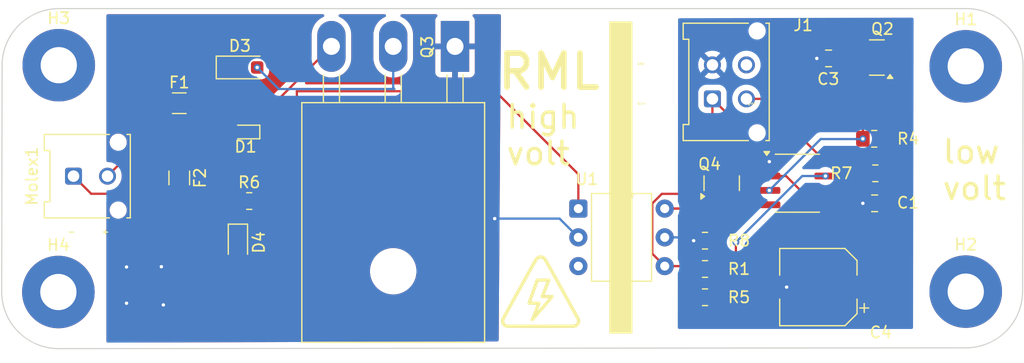
<source format=kicad_pcb>
(kicad_pcb (version 20241229) (generator "pcbnew") (generator_version "9.0")
  (layers (0 "F.Cu" signal) (2 "B.Cu" signal) (13 "F.Paste" user) (15 "B.Paste" user) (5 "F.SilkS" user "F.Silkscreen") (7 "B.SilkS" user "B.Silkscreen") (1 "F.Mask" user) (3 "B.Mask" user) (25 "Edge.Cuts" user))
  (net 0 "")
  (net 1 "Net-(D1-K)")
  (net 2 "/HV-")
  (net 3 "GLV+")
  (net 4 "Net-(D3-A)")
  (net 5 "Net-(D3-K)")
  (net 6 "Net-(Q4-G)")
  (net 7 "Net-(Q4-D)")
  (net 8 "Net-(R6-Pad2)")
  (net 10 "/HV+")
  (net 11 "Net-(U2-CV)")
  (net 12 "Light+")
  (net 13 "GND")
  (net 14 "Net-(Q2-G)")
  (net 15 "Net-(U2-THR)")
  (net 17 "Net-(Molex1-Pin_1)")
  (net 18 "Net-(U2-DIS)")
  (footprint "MountingHole:MountingHole_3.2mm_M3_Pad_TopBottom" (layer "F.Cu") (at 109 80.5)
    (property "Reference" "H3" (at 0 -4.15 0) (layer "F.SilkS"))
    (property "Value" "MountingHole")
    (pad "1" thru_hole circle (at 0 0) (size 3.6 3.6) (drill 3.2) (layers "*.Cu" "*.Mask"))
    (pad "1" connect circle (at 0 0) (size 6.4 6.4) (layers "F.Cu" "F.Mask"))
    (pad "1" connect circle (at 0 0) (size 6.4 6.4) (layers "B.Cu" "B.Mask"))
  )
  (footprint "Capacitor_SMD:CP_Elec_6.3x5.4" (layer "F.Cu") (at 176 100.1 180)
    (property "Reference" "C4" (at -5.5 -4 0) (layer "F.SilkS"))
    (property "Value" "100uF")
    (fp_line (start 3.41 3.41) (end 3.41 1.06) (stroke (width 0.12)) (layer "F.SilkS"))
    (fp_line (start 3.41 -3.41) (end 3.41 -1.06) (stroke (width 0.12)) (layer "F.SilkS"))
    (fp_line (start -2.345563 3.41) (end 3.41 3.41) (stroke (width 0.12)) (layer "F.SilkS"))
    (fp_line (start -2.345563 -3.41) (end 3.41 -3.41) (stroke (width 0.12)) (layer "F.SilkS"))
    (fp_line (start -3.41 2.345563) (end -2.345563 3.41) (stroke (width 0.12)) (layer "F.SilkS"))
    (fp_line (start -3.41 2.345563) (end -3.41 1.06) (stroke (width 0.12)) (layer "F.SilkS"))
    (fp_line (start -3.41 -2.345563) (end -2.345563 -3.41) (stroke (width 0.12)) (layer "F.SilkS"))
    (fp_line (start -3.41 -2.345563) (end -3.41 -1.06) (stroke (width 0.12)) (layer "F.SilkS"))
    (fp_line (start -4.04375 -2.24125) (end -4.04375 -1.45375) (stroke (width 0.12)) (layer "F.SilkS"))
    (fp_line (start -4.4375 -1.8475) (end -3.65 -1.8475) (stroke (width 0.12)) (layer "F.SilkS"))
    (pad "1" smd roundrect (at -2.8 0 180) (size 3.5 1.6) (layers "F.Cu" "F.Mask" "F.Paste") (roundrect_rratio 0.15625) (net 15 "Net-(U2-THR)"))
    (pad "2" smd roundrect (at 2.8 0 180) (size 3.5 1.6) (layers "F.Cu" "F.Mask" "F.Paste") (roundrect_rratio 0.15625) (net 13 "GND"))
  )
  (footprint "Connector_Molex:Molex_Micro-Fit_3.0_43045-0212_2x01_P3.00mm_Vertical" (layer "F.Cu") (at 110.3 90.3 90)
    (property "Reference" "Molex1" (at 0 -3.67 90) (layer "F.SilkS"))
    (property "Value" "043045-0212")
    (fp_line (start 3.685 -2.58) (end 3.685 3.17) (stroke (width 0.12)) (layer "F.SilkS"))
    (fp_line (start 2.265 -2.58) (end 3.685 -2.58) (stroke (width 0.12)) (layer "F.SilkS"))
    (fp_line (start -2.265 -2.58) (end -2.265 -2.08) (stroke (width 0.12)) (layer "F.SilkS"))
    (fp_line (start -3.685 -2.58) (end -2.265 -2.58) (stroke (width 0.12)) (layer "F.SilkS"))
    (fp_line (start 2.265 -2.08) (end 2.265 -2.58) (stroke (width 0.12)) (layer "F.SilkS"))
    (fp_line (start -2.265 -2.08) (end 2.265 -2.08) (stroke (width 0.12)) (layer "F.SilkS"))
    (fp_line (start -3.685 3.17) (end -3.685 -2.58) (stroke (width 0.12)) (layer "F.SilkS"))
    (fp_line (start -3.685 4.71) (end -3.685 5.01) (stroke (width 0.12)) (layer "F.SilkS"))
    (fp_line (start 3.685 5.01) (end 3.685 4.71) (stroke (width 0.12)) (layer "F.SilkS"))
    (fp_line (start -3.685 5.01) (end 3.685 5.01) (stroke (width 0.12)) (layer "F.SilkS"))
    (pad "" np_thru_hole circle (at -3 3.94 90) (size 1.02 1.02) (drill 1.02) (layers "*.Cu" "*.Mask"))
    (pad "" np_thru_hole circle (at 3 3.94 90) (size 1.02 1.02) (drill 1.02) (layers "*.Cu" "*.Mask"))
    (pad "1" thru_hole roundrect (at 0 0 90) (size 1.5 1.5) (drill 1.02) (layers "*.Cu" "*.Mask") (roundrect_rratio 0.166667) (net 17 "Net-(Molex1-Pin_1)"))
    (pad "2" thru_hole circle (at 0 3 90) (size 1.5 1.5) (drill 1.02) (layers "*.Cu" "*.Mask") (net 10 "/HV+"))
  )
  (footprint "Diode_SMD:D_SOD-523" (layer "F.Cu") (at 125.475 86.4 180)
    (property "Reference" "D1" (at 0 -1.3 0) (layer "F.SilkS"))
    (property "Value" "1N4148WT")
    (fp_line (start 0.7 0.6) (end -1.26 0.6) (stroke (width 0.12)) (layer "F.SilkS"))
    (fp_line (start 0.7 -0.6) (end -1.26 -0.6) (stroke (width 0.12)) (layer "F.SilkS"))
    (fp_line (start -1.26 -0.6) (end -1.26 0.6) (stroke (width 0.12)) (layer "F.SilkS"))
    (pad "1" smd roundrect (at -0.7 0) (size 0.6 0.7) (layers "F.Cu" "F.Mask" "F.Paste") (net 1 "Net-(D1-K)"))
    (pad "2" smd roundrect (at 0.7 0) (size 0.6 0.7) (layers "F.Cu" "F.Mask" "F.Paste") (net 2 "/HV-"))
  )
  (footprint "Diode_SMD:D_SOD-123F" (layer "F.Cu") (at 125.1 80.7)
    (property "Reference" "D3" (at -0.127 -1.905 0) (layer "F.SilkS"))
    (property "Value" "BZT52C51")
    (fp_line (start -2.21 -1) (end -2.21 1) (stroke (width 0.12)) (layer "F.SilkS"))
    (fp_line (start -2.21 -1) (end 1.65 -1) (stroke (width 0.12)) (layer "F.SilkS"))
    (fp_line (start -2.21 1) (end 1.65 1) (stroke (width 0.12)) (layer "F.SilkS"))
    (pad "1" smd roundrect (at -1.4 0) (size 1.1 1.1) (layers "F.Cu" "F.Mask" "F.Paste") (roundrect_rratio 0.2272727273) (net 5 "Net-(D3-K)"))
    (pad "2" smd roundrect (at 1.4 0) (size 1.1 1.1) (layers "F.Cu" "F.Mask" "F.Paste") (roundrect_rratio 0.2272727273) (net 4 "Net-(D3-A)"))
  )
  (footprint "Fuse:Fuse_1206_3216Metric" (layer "F.Cu") (at 119.6282 90.4579 -90)
    (property "Reference" "F2" (at 0 -1.83 270) (layer "F.SilkS"))
    (property "Value" "750mA")
    (fp_line (start -0.602064 0.91) (end 0.602064 0.91) (stroke (width 0.12)) (layer "F.SilkS"))
    (fp_line (start -0.602064 -0.91) (end 0.602064 -0.91) (stroke (width 0.12)) (layer "F.SilkS"))
    (pad "1" smd roundrect (at -1.4 0 270) (size 1.25 1.75) (layers "F.Cu" "F.Mask" "F.Paste") (roundrect_rratio 0.2) (net 2 "/HV-"))
    (pad "2" smd roundrect (at 1.4 0 270) (size 1.25 1.75) (layers "F.Cu" "F.Mask" "F.Paste") (roundrect_rratio 0.2) (net 17 "Net-(Molex1-Pin_1)"))
  )
  (footprint "Capacitor_SMD:C_0805_2012Metric_Pad1.18x1.45mm_HandSolder" (layer "F.Cu") (at 176.9 79.9)
    (property "Reference" "C3" (at -0.025 1.825 0) (layer "F.SilkS"))
    (property "Value" "1uF")
    (fp_line (start -0.261252 -0.735) (end 0.261252 -0.735) (stroke (width 0.12)) (layer "F.SilkS"))
    (fp_line (start -0.261252 0.735) (end 0.261252 0.735) (stroke (width 0.12)) (layer "F.SilkS"))
    (pad "1" smd roundrect (at -1.0375 0) (size 1.175 1.45) (layers "F.Cu" "F.Mask" "F.Paste") (roundrect_rratio 0.212766) (net 13 "GND"))
    (pad "2" smd roundrect (at 1.0375 0) (size 1.175 1.45) (layers "F.Cu" "F.Mask" "F.Paste") (roundrect_rratio 0.212766) (net 3 "GLV+"))
  )
  (footprint "Resistor_SMD:R_0805_2012Metric_Pad1.20x1.40mm_HandSolder" (layer "F.Cu") (at 166 98.5 180)
    (property "Reference" "R1" (at -3 0 0) (layer "F.SilkS"))
    (property "Value" "2k")
    (fp_line (start -0.227064 0.735) (end 0.227064 0.735) (stroke (width 0.12)) (layer "F.SilkS"))
    (fp_line (start -0.227064 -0.735) (end 0.227064 -0.735) (stroke (width 0.12)) (layer "F.SilkS"))
    (pad "1" smd roundrect (at -1 0 180) (size 1.2 1.4) (layers "F.Cu" "F.Mask" "F.Paste") (roundrect_rratio 0.208333) (net 3 "GLV+"))
    (pad "2" smd roundrect (at 1 0 180) (size 1.2 1.4) (layers "F.Cu" "F.Mask" "F.Paste") (roundrect_rratio 0.208333) (net 6 "Net-(Q4-G)"))
  )
  (footprint "MountingHole:MountingHole_3.2mm_M3_Pad_TopBottom" (layer "F.Cu") (at 108.964466 100.535534)
    (property "Reference" "H4" (at 0 -4.15 0) (layer "F.SilkS"))
    (property "Value" "MountingHole")
    (pad "1" thru_hole circle (at 0 0) (size 3.6 3.6) (drill 3.2) (layers "*.Cu" "*.Mask"))
    (pad "1" connect circle (at 0 0) (size 6.4 6.4) (layers "F.Cu" "F.Mask"))
    (pad "1" connect circle (at 0 0) (size 6.4 6.4) (layers "B.Cu" "B.Mask"))
  )
  (footprint "Capacitor_SMD:C_0805_2012Metric_Pad1.18x1.45mm_HandSolder" (layer "F.Cu") (at 180.9625 92.7)
    (property "Reference" "C1" (at 2.95 -0.05 0) (layer "F.SilkS"))
    (property "Value" "0.1uF")
    (fp_line (start -0.261252 -0.735) (end 0.261252 -0.735) (stroke (width 0.12)) (layer "F.SilkS"))
    (fp_line (start -0.261252 0.735) (end 0.261252 0.735) (stroke (width 0.12)) (layer "F.SilkS"))
    (pad "1" smd roundrect (at -1.0375 0) (size 1.175 1.45) (layers "F.Cu" "F.Mask" "F.Paste") (roundrect_rratio 0.212766) (net 13 "GND"))
    (pad "2" smd roundrect (at 1.0375 0) (size 1.175 1.45) (layers "F.Cu" "F.Mask" "F.Paste") (roundrect_rratio 0.212766) (net 11 "Net-(U2-CV)"))
  )
  (footprint "Package_TO_SOT_SMD:SOT-23" (layer "F.Cu") (at 167.475 90.925 90)
    (property "Reference" "Q4" (at 1.6875 -1.075 0) (layer "F.SilkS"))
    (property "Value" "AO3401A")
    (fp_line (start 0 -1.56) (end 0.65 -1.56) (stroke (width 0.12)) (layer "F.SilkS"))
    (fp_line (start 0 -1.56) (end -0.65 -1.56) (stroke (width 0.12)) (layer "F.SilkS"))
    (fp_line (start 0 1.56) (end 0.65 1.56) (stroke (width 0.12)) (layer "F.SilkS"))
    (fp_line (start 0 1.56) (end -0.65 1.56) (stroke (width 0.12)) (layer "F.SilkS"))
    (fp_poly (pts (xy -1.1625 -1.51) (xy -1.4025 -1.84) (xy -0.9225 -1.84)) (stroke (width 0.12)) (fill yes) (layer "F.SilkS"))
    (pad "1" smd roundrect (at -0.9375 -0.95 90) (size 1.475 0.6) (layers "F.Cu" "F.Mask" "F.Paste") (net 6 "Net-(Q4-G)"))
    (pad "2" smd roundrect (at -0.9375 0.95 90) (size 1.475 0.6) (layers "F.Cu" "F.Mask" "F.Paste") (net 3 "GLV+"))
    (pad "3" smd roundrect (at 0.9375 0 90) (size 1.475 0.6) (layers "F.Cu" "F.Mask" "F.Paste") (net 7 "Net-(Q4-D)"))
  )
  (footprint "LOGO" (layer "F.Cu") (at 151.5 100.5)
    (property "Reference" "G***" (hide yes))
    (property "Value" "LOGO" (hide yes))
    (fp_poly (pts (xy 0.221786 -1.162324) (xy 0.361921 -1.162169) (xy 0.477264 -1.161801) (xy 0.57038 -1.161116) (xy 0.643831 -1.160011) (xy 0.700182 -1.158383) (xy 0.741998 -1.156128) (xy 0.77184 -1.153143) (xy 0.792275 -1.149325) (xy 0.805865 -1.14457) (xy 0.815175 -1.138774) (xy 0.815658 -1.138387) (xy 0.855584 -1.0918) (xy 0.874507 -1.037338) (xy 0.875391 -1.023182) (xy 0.870423 -1.004497) (xy 0.856172 -0.96302) (xy 0.833617 -0.901319) (xy 0.803734 -0.821963) (xy 0.767503 -0.727517) (xy 0.725901 -0.62055) (xy 0.679906 -0.503629) (xy 0.630496 -0.379322) (xy 0.622348 -0.358941) (xy 0.572672 -0.234664) (xy 0.526224 -0.118232) (xy 0.483973 -0.012083) (xy 0.446885 0.081341) (xy 0.415925 0.159603) (xy 0.392062 0.220261) (xy 0.376262 0.260876) (xy 0.369491 0.279007) (xy 0.369305 0.279712) (xy 0.382386 0.28153) (xy 0.419235 0.28345) (xy 0.476269 0.285369) (xy 0.549903 0.287183) (xy 0.636549 0.288789) (xy 0.726076 0.290009) (xy 1.082846 0.294077) (xy 1.122737 0.338746) (xy 1.154242 0.391741) (xy 1.162827 0.449942) (xy 1.147804 0.505736) (xy 1.139101 0.520139) (xy 1.123025 0.540815) (xy 1.090963 0.579875) (xy 1.0444 0.635596) (xy 0.98482 0.706255) (xy 0.913708 0.790129) (xy 0.832548 0.885493) (xy 0.742824 0.990624) (xy 0.64602 1.103799) (xy 0.543621 1.223294) (xy 0.437112 1.347386) (xy 0.327975 1.474351) (xy 0.217697 1.602465) (xy 0.107761 1.730006) (xy -0.000349 1.855248) (xy -0.105147 1.97647) (xy -0.205151 2.091947) (xy -0.298875 2.199957) (xy -0.384835 2.298774) (xy -0.461547 2.386677) (xy -0.527527 2.46194) (xy -0.58129 2.522842) (xy -0.621351 2.567658) (xy -0.646227 2.594664) (xy -0.653975 2.602163) (xy -0.710243 2.624997) (xy -0.7656 2.620691) (xy -0.818436 2.589453) (xy -0.828885 2.579666) (xy -0.863211 2.536459) (xy -0.875271 2.495612) (xy -0.87539 2.490825) (xy -0.870402 2.46993) (xy -0.8561 2.426349) (xy -0.83348 2.362733) (xy -0.803537 2.281738) (xy -0.767264 2.186015) (xy -0.725657 2.078217) (xy -0.679711 1.960998) (xy -0.630421 1.83701) (xy -0.627412 1.829495) (xy -0.577938 1.705855) (xy -0.531483 1.589475) (xy -0.489059 1.482915) (xy -0.451682 1.388736) (xy -0.420364 1.309497) (xy -0.396121 1.24776) (xy -0.379966 1.206085) (xy -0.372913 1.187031) (xy -0.372774 1.186565) (xy -0.372308 1.179328) (xy -0.377424 1.173712) (xy -0.391118 1.169513) (xy -0.416389 1.166528) (xy -0.456233 1.164551) (xy -0.513647 1.163379) (xy -0.591629 1.162808) (xy -0.693175 1.162634) (xy -0.724389 1.162628) (xy -1.082664 1.162628) (xy -1.122646 1.122646) (xy -1.152066 1.084189) (xy -1.162322 1.041274) (xy -1.162628 1.029456) (xy -1.157846 1.004736) (xy -1.14357 0.954707) (xy -1.119903 0.879677) (xy -1.112837 0.858293) (xy -0.804044 0.858293) (xy -0.800277 0.863665) (xy -0.783205 0.86786) (xy -0.75036 0.870998) (xy -0.699278 0.873198) (xy -0.627492 0.87458) (xy -0.532537 0.875264) (xy -0.451469 0.875391) (xy -0.09301 0.875391) (xy -0.046505 0.921896) (xy -0.01225 0.964961) (xy -0.000137 1.005704) (xy 0 1.010878) (xy -0.004982 1.034952) (xy -0.018995 1.080364) (xy -0.040641 1.143162) (xy -0.068519 1.219394) (xy -0.101232 1.305109) (xy -0.129876 1.377687) (xy -0.164509 1.46551) (xy -0.193501 1.541685) (xy -0.21587 1.603418) (xy -0.230635 1.647914) (xy -0.236813 1.672379) (xy -0.234355 1.675107) (xy -0.220686 1.659674) (xy -0.191036 1.625529) (xy -0.147197 1.574757) (xy -0.09096 1.509441) (xy -0.024117 1.431665) (xy 0.051539 1.343514) (xy 0.134217 1.247071) (xy 0.222123 1.144419) (xy 0.244584 1.118175) (xy 0.698126 0.588153) (xy 0.409935 0.588153) (xy 0.307652 0.58776) (xy 0.229145 0.586433) (xy 0.170846 0.583949) (xy 0.129183 0.580086) (xy 0.100587 0.57462) (xy 0.082219 0.567714) (xy 0.032316 0.52934) (xy 0.004679 0.479231) (xy 0 0.445576) (xy 0.004973 0.42509) (xy 0.019238 0.381862) (xy 0.041816 0.3185) (xy 0.071727 0.237617) (xy 0.107992 0.141823) (xy 0.149631 0.033729) (xy 0.195664 -0.084054) (xy 0.245112 -0.208916) (xy 0.253043 -0.228796) (xy 0.302681 -0.353219) (xy 0.349097 -0.469807) (xy 0.391324 -0.576118) (xy 0.428399 -0.669714) (xy 0.459357 -0.748156) (xy 0.483234 -0.809003) (xy 0.499066 -0.849815) (xy 0.505887 -0.868153) (xy 0.506085 -0.868907) (xy 0.493014 -0.870668) (xy 0.456225 -0.872247) (xy 0.399357 -0.873577) (xy 0.326048 -0.874588) (xy 0.239937 -0.875213) (xy 0.159597 -0.87539) (xy -0.18689 -0.87539) (xy -0.492525 -0.017097) (xy -0.544759 0.129596) (xy -0.594349 0.268882) (xy -0.640525 0.398591) (xy -0.682512 0.516554) (xy -0.71954 0.620599) (xy -0.750835 0.708556) (xy -0.775625 0.778256) (xy -0.793139 0.827529) (xy -0.802603 0.854203) (xy -0.804044 0.858293) (xy -1.112837 0.858293) (xy -1.086951 0.779954) (xy -1.044818 0.655847) (xy -0.993607 0.507663) (xy -0.933423 0.33571) (xy -0.864371 0.140296) (xy -0.806858 -0.02138) (xy -0.749975 -0.180742) (xy -0.69533 -0.333547) (xy -0.64368 -0.477696) (xy -0.595781 -0.611095) (xy -0.552389 -0.731646) (xy -0.51426 -0.837251) (xy -0.48215 -0.925815) (xy -0.456814 -0.995241) (xy -0.43901 -1.043431) (xy -0.429492 -1.068289) (xy -0.428772 -1.070001) (xy -0.419133 -1.092004) (xy -0.409564 -1.110218) (xy -0.397552 -1.124997) (xy -0.380585 -1.1367) (xy -0.356152 -1.145681) (xy -0.32174 -1.152299) (xy -0.274837 -1.156908) (xy -0.212931 -1.159866) (xy -0.133509 -1.16153) (xy -0.034061 -1.162255) (xy 0.087927 -1.162399)) (fill yes) (layer "F.SilkS"))
    (fp_poly (pts (xy 0.091361 -3.205002) (xy 0.098082 -3.204001) (xy 0.210467 -3.175667) (xy 0.317147 -3.128156) (xy 0.410502 -3.065375) (xy 0.460374 -3.018287) (xy 0.471136 -3.004415) (xy 0.487371 -2.980218) (xy 0.509513 -2.944927) (xy 0.537993 -2.897773) (xy 0.573245 -2.837986) (xy 0.6157 -2.764798) (xy 0.665792 -2.677438) (xy 0.723953 -2.575139) (xy 0.790616 -2.45713) (xy 0.866213 -2.322643) (xy 0.951177 -2.170908) (xy 1.04594 -2.001156) (xy 1.150936 -1.812618) (xy 1.266596 -1.604525) (xy 1.393354 -1.376108) (xy 1.531642 -1.126597) (xy 1.681892 -0.855223) (xy 1.844537 -0.561217) (xy 1.976468 -0.32259) (xy 2.114557 -0.07268) (xy 2.249364 0.171461) (xy 2.380273 0.408708) (xy 2.506664 0.637935) (xy 2.627922 0.858018) (xy 2.743427 1.067832) (xy 2.852564 1.266253) (xy 2.954715 1.452154) (xy 3.049262 1.624411) (xy 3.135588 1.781899) (xy 3.213075 1.923494) (xy 3.281107 2.048069) (xy 3.339065 2.154501) (xy 3.386333 2.241664) (xy 3.422292 2.308434) (xy 3.446326 2.353684) (xy 3.457817 2.376291) (xy 3.458408 2.37763) (xy 3.49094 2.490327) (xy 3.499214 2.608388) (xy 3.484391 2.727065) (xy 3.44763 2.841606) (xy 3.390092 2.947264) (xy 3.312937 3.039288) (xy 3.292123 3.058389) (xy 3.21222 3.114957) (xy 3.117229 3.161868) (xy 3.019093 3.193667) (xy 2.979146 3.201302) (xy 2.956856 3.202547) (xy 2.908768 3.203715) (xy 2.836433 3.204807) (xy 2.741405 3.205824) (xy 2.625236 3.206764) (xy 2.48948 3.20763) (xy 2.335688 3.208419) (xy 2.165414 3.209134) (xy 1.98021 3.209774) (xy 1.781629 3.210339) (xy 1.571224 3.21083) (xy 1.350547 3.211246) (xy 1.121151 3.211589) (xy 0.88459 3.211857) (xy 0.642415 3.212052) (xy 0.396179 3.212174) (xy 0.147436 3.212222) (xy -0.102263 3.212197) (xy -0.351364 3.2121) (xy -0.598314 3.211929) (xy -0.841562 3.211687) (xy -1.079553 3.211372) (xy -1.310737 3.210985) (xy -1.533559 3.210526) (xy -1.746467 3.209996) (xy -1.947908 3.209395) (xy -2.13633 3.208722) (xy -2.310179 3.207978) (xy -2.467904 3.207164) (xy -2.607951 3.206279) (xy -2.728768 3.205324) (xy -2.828801 3.204298) (xy -2.906499 3.203203) (xy -2.960308 3.202038) (xy -2.988676 3.200804) (xy -2.991465 3.200506) (xy -3.068497 3.181009) (xy -3.152727 3.146387) (xy -3.23308 3.101874) (xy -3.292122 3.058389) (xy -3.373711 2.970251) (xy -3.435955 2.867365) (xy -3.477694 2.754481) (xy -3.497767 2.636348) (xy -3.49754 2.626561) (xy -3.198409 2.626561) (xy -3.184856 2.702027) (xy -3.173633 2.732233) (xy -3.124866 2.808288) (xy -3.055548 2.866441) (xy -3.015993 2.887606) (xy -3.009043 2.890464) (xy -3.000368 2.893097) (xy -2.988875 2.895515) (xy -2.973474 2.897728) (xy -2.95307 2.899745) (xy -2.926572 2.901575) (xy -2.892886 2.903228) (xy -2.850921 2.904711) (xy -2.799584 2.906036) (xy -2.737781 2.907211) (xy -2.664422 2.908244) (xy -2.578412 2.909147) (xy -2.47866 2.909927) (xy -2.364072 2.910595) (xy -2.233557 2.911158) (xy -2.086022 2.911627) (xy -1.920374 2.912011) (xy -1.735521 2.912319) (xy -1.53037 2.912561) (xy -1.303829 2.912745) (xy -1.054804 2.912881) (xy -0.782204 2.912977) (xy -0.484936 2.913045) (xy -0.161907 2.913091) (xy -0.00431 2.913108) (xy 0.37363 2.913092) (xy 0.724555 2.912962) (xy 1.048805 2.912716) (xy 1.346721 2.912353) (xy 1.618643 2.911872) (xy 1.864913 2.911271) (xy 2.08587 2.910548) (xy 2.281855 2.909701) (xy 2.453209 2.908729) (xy 2.600271 2.907631) (xy 2.723384 2.906405) (xy 2.822886 2.905048) (xy 2.89912 2.903561) (xy 2.952425 2.90194) (xy 2.983141 2.900185) (xy 2.991167 2.898966) (xy 3.069409 2.856322) (xy 3.131599 2.795787) (xy 3.175559 2.722202) (xy 3.199111 2.640409) (xy 3.200075 2.555249) (xy 3.179818 2.479697) (xy 3.17129 2.463104) (xy 3.150133 2.423688) (xy 3.116962 2.362562) (xy 3.072388 2.280841) (xy 3.017024 2.17964) (xy 2.951483 2.060072) (xy 2.876379 1.923252) (xy 2.792324 1.770294) (xy 2.699932 1.602313) (xy 2.599814 1.420423) (xy 2.492584 1.225737) (xy 2.378854 1.019371) (xy 2.259239 0.802439) (xy 2.13435 0.576054) (xy 2.0048 0.341331) (xy 1.871203 0.099385) (xy 1.734171 -0.14867) (xy 1.720113 -0.174111) (xy 1.54566 -0.489648) (xy 1.380996 -0.787124) (xy 1.226355 -1.066122) (xy 1.081969 -1.326228) (xy 0.948072 -1.567025) (xy 0.824896 -1.788099) (xy 0.712674 -1.989033) (xy 0.611639 -2.169412) (xy 0.522024 -2.328821) (xy 0.444062 -2.466843) (xy 0.377985 -2.583064) (xy 0.324027 -2.677068) (xy 0.28242 -2.74844) (xy 0.253397 -2.796763) (xy 0.237192 -2.821623) (xy 0.234857 -2.82445) (xy 0.167929 -2.873115) (xy 0.08806 -2.90247) (xy 0.001665 -2.912512) (xy -0.084843 -2.903239) (xy -0.165049 -2.874649) (xy -0.232541 -2.82674) (xy -0.23471 -2.824597) (xy -0.246952 -2.806948) (xy -0.272071 -2.765737) (xy -0.309818 -2.701406) (xy -0.359949 -2.614396) (xy -0.422214 -2.505147) (xy -0.496367 -2.3741) (xy -0.582161 -2.221697) (xy -0.679349 -2.048379) (xy -0.787683 -1.854586) (xy -0.906916 -1.64076) (xy -1.036802 -1.407341) (xy -1.177093 -1.15477) (xy -1.327542 -0.883489) (xy -1.487902 -0.593939) (xy -1.657925 -0.286559) (xy -1.719874 -0.174478) (xy -1.857228 0.074132) (xy -1.99121 0.316748) (xy -2.121206 0.552255) (xy -2.246604 0.779539) (xy -2.366792 0.997485) (xy -2.481155 1.204979) (xy -2.589082 1.400907) (xy -2.689958 1.584154) (xy -2.783172 1.753606) (xy -2.868109 1.908148) (xy -2.944158 2.046666) (xy -3.010705 2.168046) (xy -3.067136 2.271173) (xy -3.11284 2.354933) (xy -3.147203 2.418212) (xy -3.169612 2.459894) (xy -3.179454 2.478866) (xy -3.179725 2.479477) (xy -3.196801 2.548164) (xy -3.198409 2.626561) (xy -3.49754 2.626561) (xy -3.495015 2.517716) (xy -3.468278 2.403334) (xy -3.458408 2.37763) (xy -3.448799 2.358421) (xy -3.426557 2.316405) (xy -3.392299 2.252705) (xy -3.346644 2.168448) (xy -3.290207 2.064758) (xy -3.223607 1.94276) (xy -3.147461 1.803579) (xy -3.062386 1.64834) (xy -2.969001 1.478168) (xy -2.867921 1.294188) (xy -2.759765 1.097525) (xy -2.64515 0.889303) (xy -2.524694 0.670648) (xy -2.399013 0.442685) (xy -2.268725 0.206539) (xy -2.134448 -0.036666) (xy -1.996799 -0.285804) (xy -1.976467 -0.32259) (xy -1.804129 -0.634279) (xy -1.644515 -0.922753) (xy -1.497191 -1.188781) (xy -1.361726 -1.433131) (xy -1.237685 -1.656574) (xy -1.124638 -1.859877) (xy -1.022151 -2.043811) (xy -0.929792 -2.209145) (xy -0.847128 -2.356647) (xy -0.773727 -2.487087) (xy -0.709155 -2.601235) (xy -0.652981 -2.699858) (xy -0.604772 -2.783728) (xy -0.564094 -2.853612) (xy -0.530517 -2.910279) (xy -0.503606 -2.9545) (xy -0.482929 -2.987044) (xy -0.468054 -3.008678) (xy -0.460374 -3.018287) (xy -0.373057 -3.09463) (xy -0.268865 -3.153255) (xy -0.153158 -3.192381) (xy -0.031296 -3.210224)) (fill yes) (layer "F.SilkS"))
  )
  (footprint "MountingHole:MountingHole_3.2mm_M3_Pad_TopBottom" (layer "F.Cu") (at 189 100.5)
    (property "Reference" "H2" (at 0 -4.15 0) (layer "F.SilkS"))
    (property "Value" "MountingHole")
    (pad "1" thru_hole circle (at 0 0) (size 3.6 3.6) (drill 3.2) (layers "*.Cu" "*.Mask"))
    (pad "1" connect circle (at 0 0) (size 6.4 6.4) (layers "F.Cu" "F.Mask"))
    (pad "1" connect circle (at 0 0) (size 6.4 6.4) (layers "B.Cu" "B.Mask"))
  )
  (footprint "Resistor_SMD:R_0805_2012Metric_Pad1.20x1.40mm_HandSolder" (layer "F.Cu") (at 166 96)
    (property "Reference" "R8" (at 3 0 0) (layer "F.SilkS"))
    (property "Value" "1k")
    (fp_line (start -0.227064 -0.735) (end 0.227064 -0.735) (stroke (width 0.12)) (layer "F.SilkS"))
    (fp_line (start -0.227064 0.735) (end 0.227064 0.735) (stroke (width 0.12)) (layer "F.SilkS"))
    (pad "1" smd roundrect (at -1 0) (size 1.2 1.4) (layers "F.Cu" "F.Mask" "F.Paste") (roundrect_rratio 0.208333) (net 13 "GND"))
    (pad "2" smd roundrect (at 1 0) (size 1.2 1.4) (layers "F.Cu" "F.Mask" "F.Paste") (roundrect_rratio 0.208333) (net 7 "Net-(Q4-D)"))
  )
  (footprint "Package_TO_SOT_SMD:SOT-23" (layer "F.Cu") (at 181.1625 79.825 180)
    (property "Reference" "Q2" (at -0.4875 2.525 0) (layer "F.SilkS"))
    (property "Value" "AO3401A")
    (fp_line (start 0 1.56) (end 0.65 1.56) (stroke (width 0.12)) (layer "F.SilkS"))
    (fp_line (start 0 1.56) (end -0.65 1.56) (stroke (width 0.12)) (layer "F.SilkS"))
    (fp_line (start 0 -1.56) (end 0.65 -1.56) (stroke (width 0.12)) (layer "F.SilkS"))
    (fp_line (start 0 -1.56) (end -0.65 -1.56) (stroke (width 0.12)) (layer "F.SilkS"))
    (fp_poly (pts (xy -1.1625 -1.51) (xy -1.4025 -1.84) (xy -0.9225 -1.84)) (stroke (width 0.12)) (fill yes) (layer "F.SilkS"))
    (pad "1" smd roundrect (at -0.9375 -0.95 180) (size 1.475 0.6) (layers "F.Cu" "F.Mask" "F.Paste") (net 14 "Net-(Q2-G)"))
    (pad "2" smd roundrect (at -0.9375 0.95 180) (size 1.475 0.6) (layers "F.Cu" "F.Mask" "F.Paste") (net 12 "Light+"))
    (pad "3" smd roundrect (at 0.9375 0 180) (size 1.475 0.6) (layers "F.Cu" "F.Mask" "F.Paste") (net 3 "GLV+"))
  )
  (footprint "Connector_Molex:Molex_Micro-Fit_3.0_43045-0412_2x02_P3.00mm_Vertical" (layer "F.Cu") (at 166.655 83.475 90)
    (property "Reference" "J1" (at 6.5 8 180) (layer "F.SilkS"))
    (property "Value" "043045-0412")
    (fp_line (start 6.685 -2.58) (end 6.685 3.17) (stroke (width 0.12)) (layer "F.SilkS"))
    (fp_line (start 5.265 -2.58) (end 6.685 -2.58) (stroke (width 0.12)) (layer "F.SilkS"))
    (fp_line (start -2.265 -2.58) (end -2.265 -2.08) (stroke (width 0.12)) (layer "F.SilkS"))
    (fp_line (start -3.685 -2.58) (end -2.265 -2.58) (stroke (width 0.12)) (layer "F.SilkS"))
    (fp_line (start 5.265 -2.08) (end 5.265 -2.58) (stroke (width 0.12)) (layer "F.SilkS"))
    (fp_line (start -2.265 -2.08) (end 5.265 -2.08) (stroke (width 0.12)) (layer "F.SilkS"))
    (fp_line (start -3.685 3.17) (end -3.685 -2.58) (stroke (width 0.12)) (layer "F.SilkS"))
    (fp_line (start -3.685 4.71) (end -3.685 5.01) (stroke (width 0.12)) (layer "F.SilkS"))
    (fp_line (start 6.685 5.01) (end 6.685 4.71) (stroke (width 0.12)) (layer "F.SilkS"))
    (fp_line (start -3.685 5.01) (end 6.685 5.01) (stroke (width 0.12)) (layer "F.SilkS"))
    (pad "" np_thru_hole circle (at -3 3.94 90) (size 1.02 1.02) (drill 1.02) (layers "*.Cu" "*.Mask"))
    (pad "" np_thru_hole circle (at 6 3.94 90) (size 1.02 1.02) (drill 1.02) (layers "*.Cu" "*.Mask"))
    (pad "1" thru_hole roundrect (at 0 0 90) (size 1.5 1.5) (drill 1.02) (layers "*.Cu" "*.Mask") (roundrect_rratio 0.166667) (net 3 "GLV+"))
    (pad "2" thru_hole circle (at 3 0 90) (size 1.5 1.5) (drill 1.02) (layers "*.Cu" "*.Mask") (net 13 "GND"))
    (pad "3" thru_hole circle (at 0 3 90) (size 1.5 1.5) (drill 1.02) (layers "*.Cu" "*.Mask") (net 12 "Light+"))
    (pad "4" thru_hole circle (at 3 3 90) (size 1.5 1.5) (drill 1.02) (layers "*.Cu" "*.Mask"))
  )
  (footprint "Resistor_SMD:R_0805_2012Metric_Pad1.20x1.40mm_HandSolder" (layer "F.Cu") (at 180.925 87)
    (property "Reference" "R4" (at 3 0 0) (layer "F.SilkS"))
    (property "Value" "1k")
    (fp_line (start -0.227064 -0.735) (end 0.227064 -0.735) (stroke (width 0.12)) (layer "F.SilkS"))
    (fp_line (start -0.227064 0.735) (end 0.227064 0.735) (stroke (width 0.12)) (layer "F.SilkS"))
    (pad "1" smd roundrect (at -1 0) (size 1.2 1.4) (layers "F.Cu" "F.Mask" "F.Paste") (roundrect_rratio 0.208333) (net 14 "Net-(Q2-G)"))
    (pad "2" smd roundrect (at 1 0) (size 1.2 1.4) (layers "F.Cu" "F.Mask" "F.Paste") (roundrect_rratio 0.208333) (net 3 "GLV+"))
  )
  (footprint "Resistor_SMD:R_0805_2012Metric_Pad1.20x1.40mm_HandSolder" (layer "F.Cu") (at 166 101)
    (property "Reference" "R5" (at 3 0 0) (layer "F.SilkS"))
    (property "Value" "100")
    (fp_line (start -0.227064 -0.735) (end 0.227064 -0.735) (stroke (width 0.12)) (layer "F.SilkS"))
    (fp_line (start -0.227064 0.735) (end 0.227064 0.735) (stroke (width 0.12)) (layer "F.SilkS"))
    (pad "1" smd roundrect (at -1 0) (size 1.2 1.4) (layers "F.Cu" "F.Mask" "F.Paste") (roundrect_rratio 0.208333) (net 7 "Net-(Q4-D)"))
    (pad "2" smd roundrect (at 1 0) (size 1.2 1.4) (layers "F.Cu" "F.Mask" "F.Paste") (roundrect_rratio 0.208333) (net 18 "Net-(U2-DIS)"))
  )
  (footprint "Package_DIP:DIP-6_W7.62mm" (layer "F.Cu") (at 154.8282 93.1679)
    (property "Reference" "U1" (at 0.752 -2.6058 0) (layer "F.SilkS"))
    (property "Value" "H11L1M")
    (fp_line (start 1.16 -1.33) (end 1.16 6.41) (stroke (width 0.12)) (layer "F.SilkS"))
    (fp_line (start 1.16 6.41) (end 6.46 6.41) (stroke (width 0.12)) (layer "F.SilkS"))
    (fp_line (start 2.81 -1.33) (end 1.16 -1.33) (stroke (width 0.12)) (layer "F.SilkS"))
    (fp_line (start 6.46 -1.33) (end 4.81 -1.33) (stroke (width 0.12)) (layer "F.SilkS"))
    (fp_line (start 6.46 6.41) (end 6.46 -1.33) (stroke (width 0.12)) (layer "F.SilkS"))
    (fp_arc (start 4.81 -1.33) (mid 3.81 -0.33) (end 2.81 -1.33) (stroke (width 0.12)) (layer "F.SilkS"))
    (pad "1" thru_hole roundrect (at 0 0) (size 1.6 1.6) (drill 0.8) (layers "*.Cu" "*.Mask") (roundrect_rratio 0.15625) (net 8 "Net-(R6-Pad2)"))
    (pad "2" thru_hole circle (at 0 2.54) (size 1.6 1.6) (drill 0.8) (layers "*.Cu" "*.Mask") (net 2 "/HV-"))
    (pad "3" thru_hole circle (at 0 5.08) (size 1.6 1.6) (drill 0.8) (layers "*.Cu" "*.Mask"))
    (pad "4" thru_hole circle (at 7.62 5.08) (size 1.6 1.6) (drill 0.8) (layers "*.Cu" "*.Mask") (net 6 "Net-(Q4-G)"))
    (pad "5" thru_hole circle (at 7.62 2.54) (size 1.6 1.6) (drill 0.8) (layers "*.Cu" "*.Mask") (net 13 "GND"))
    (pad "6" thru_hole circle (at 7.62 0) (size 1.6 1.6) (drill 0.8) (layers "*.Cu" "*.Mask") (net 3 "GLV+"))
  )
  (footprint "Fuse:Fuse_1206_3216Metric" (layer "F.Cu") (at 119.6282 83.8579)
    (property "Reference" "F1" (at 0 -1.83 0) (layer "F.SilkS"))
    (property "Value" "750mA")
    (fp_line (start -0.602064 -0.91) (end 0.602064 -0.91) (stroke (width 0.12)) (layer "F.SilkS"))
    (fp_line (start -0.602064 0.91) (end 0.602064 0.91) (stroke (width 0.12)) (layer "F.SilkS"))
    (pad "1" smd roundrect (at -1.4 0) (size 1.25 1.75) (layers "F.Cu" "F.Mask" "F.Paste") (roundrect_rratio 0.2) (net 10 "/HV+"))
    (pad "2" smd roundrect (at 1.4 0) (size 1.25 1.75) (layers "F.Cu" "F.Mask" "F.Paste") (roundrect_rratio 0.2) (net 5 "Net-(D3-K)"))
  )
  (footprint "Package_SO:SOIC-8_3.9x4.9mm_P1.27mm" (layer "F.Cu") (at 174.15 90.925)
    (property "Reference" "U2" (hide yes))
    (property "Value" "NE555D")
    (fp_line (start 0 -2.56) (end -1.95 -2.56) (stroke (width 0.12)) (layer "F.SilkS"))
    (fp_line (start 0 -2.56) (end 1.95 -2.56) (stroke (width 0.12)) (layer "F.SilkS"))
    (fp_line (start 0 2.56) (end -1.95 2.56) (stroke (width 0.12)) (layer "F.SilkS"))
    (fp_line (start 0 2.56) (end 1.95 2.56) (stroke (width 0.12)) (layer "F.SilkS"))
    (fp_poly (pts (xy -2.7 -2.465) (xy -2.94 -2.795) (xy -2.46 -2.795)) (stroke (width 0.12)) (fill yes) (layer "F.SilkS"))
    (pad "1" smd roundrect (at -2.475 -1.905) (size 1.95 0.6) (layers "F.Cu" "F.Mask" "F.Paste") (net 13 "GND"))
    (pad "2" smd roundrect (at -2.475 -0.635) (size 1.95 0.6) (layers "F.Cu" "F.Mask" "F.Paste") (net 15 "Net-(U2-THR)"))
    (pad "3" smd roundrect (at -2.475 0.635) (size 1.95 0.6) (layers "F.Cu" "F.Mask" "F.Paste") (net 14 "Net-(Q2-G)"))
    (pad "4" smd roundrect (at -2.475 1.905) (size 1.95 0.6) (layers "F.Cu" "F.Mask" "F.Paste") (net 7 "Net-(Q4-D)"))
    (pad "5" smd roundrect (at 2.475 1.905) (size 1.95 0.6) (layers "F.Cu" "F.Mask" "F.Paste") (net 11 "Net-(U2-CV)"))
    (pad "6" smd roundrect (at 2.475 0.635) (size 1.95 0.6) (layers "F.Cu" "F.Mask" "F.Paste") (net 15 "Net-(U2-THR)"))
    (pad "7" smd roundrect (at 2.475 -0.635) (size 1.95 0.6) (layers "F.Cu" "F.Mask" "F.Paste") (net 18 "Net-(U2-DIS)"))
    (pad "8" smd roundrect (at 2.475 -1.905) (size 1.95 0.6) (layers "F.Cu" "F.Mask" "F.Paste") (net 3 "GLV+"))
  )
  (footprint "Resistor_SMD:R_0805_2012Metric_Pad1.20x1.40mm_HandSolder" (layer "F.Cu") (at 181.025 90.05 180)
    (property "Reference" "R7" (at 3 0 0) (layer "F.SilkS"))
    (property "Value" "3k")
    (fp_line (start -0.227064 0.735) (end 0.227064 0.735) (stroke (width 0.12)) (layer "F.SilkS"))
    (fp_line (start -0.227064 -0.735) (end 0.227064 -0.735) (stroke (width 0.12)) (layer "F.SilkS"))
    (pad "1" smd roundrect (at -1 0 180) (size 1.2 1.4) (layers "F.Cu" "F.Mask" "F.Paste") (roundrect_rratio 0.208333) (net 15 "Net-(U2-THR)"))
    (pad "2" smd roundrect (at 1 0 180) (size 1.2 1.4) (layers "F.Cu" "F.Mask" "F.Paste") (roundrect_rratio 0.208333) (net 18 "Net-(U2-DIS)"))
  )
  (footprint "Package_TO_SOT_THT:TO-247-3_Horizontal_TabDown" (layer "F.Cu") (at 143.95 78.84 180)
    (property "Reference" "Q3" (at 2.45 -0.06 90) (layer "F.SilkS"))
    (property "Value" "UJ3N065080K3S")
    (fp_line (start 13.51 -4.97) (end 13.51 -26.14) (stroke (width 0.12)) (layer "F.SilkS"))
    (fp_line (start 11.61 -4.97) (end 11.61 -2.51) (stroke (width 0.12)) (layer "F.SilkS"))
    (fp_line (start 10.19 -4.97) (end 10.19 -2.51) (stroke (width 0.12)) (layer "F.SilkS"))
    (fp_line (start 6.16 -4.97) (end 6.16 -2.51) (stroke (width 0.12)) (layer "F.SilkS"))
    (fp_line (start 4.74 -4.97) (end 4.74 -2.51) (stroke (width 0.12)) (layer "F.SilkS"))
    (fp_line (start 0.71 -4.97) (end 0.71 -2.51) (stroke (width 0.12)) (layer "F.SilkS"))
    (fp_line (start -0.71 -4.97) (end -0.71 -2.51) (stroke (width 0.12)) (layer "F.SilkS"))
    (fp_line (start -2.61 -4.97) (end 13.51 -4.97) (stroke (width 0.12)) (layer "F.SilkS"))
    (fp_line (start -2.61 -4.97) (end -2.61 -26.14) (stroke (width 0.12)) (layer "F.SilkS"))
    (fp_line (start -2.61 -26.14) (end 13.51 -26.14) (stroke (width 0.12)) (layer "F.SilkS"))
    (pad "" np_thru_hole circle (at 5.45 -19.86 180) (size 3.6 3.6) (drill 3.6) (layers "*.Cu" "*.Mask"))
    (pad "1" thru_hole rect (at 0 0 180) (size 2.5 4.5) (drill 1.5) (layers "*.Cu" "*.Mask") (net 2 "/HV-"))
    (pad "2" thru_hole oval (at 5.45 0 180) (size 2.5 4.5) (drill 1.5) (layers "*.Cu" "*.Mask") (net 4 "Net-(D3-A)"))
    (pad "3" thru_hole oval (at 10.9 0 180) (size 2.5 4.5) (drill 1.5) (layers "*.Cu" "*.Mask") (net 1 "Net-(D1-K)"))
  )
  (footprint "Diode_SMD:D_SOD-323" (layer "F.Cu") (at 124.8 96.15 -90)
    (property "Reference" "D4" (at 0 -1.85 90) (layer "F.SilkS"))
    (property "Value" "PESD12VL1BA")
    (fp_line (start -1.61 0.85) (end 1.05 0.85) (stroke (width 0.12)) (layer "F.SilkS"))
    (fp_line (start -1.61 -0.85) (end -1.61 0.85) (stroke (width 0.12)) (layer "F.SilkS"))
    (fp_line (start -1.61 -0.85) (end 1.05 -0.85) (stroke (width 0.12)) (layer "F.SilkS"))
    (pad "1" smd roundrect (at -1.05 0 270) (size 0.6 0.45) (layers "F.Cu" "F.Mask" "F.Paste") (net 1 "Net-(D1-K)"))
    (pad "2" smd roundrect (at 1.05 0 270) (size 0.6 0.45) (layers "F.Cu" "F.Mask" "F.Paste") (net 2 "/HV-"))
  )
  (footprint "Resistor_SMD:R_0805_2012Metric_Pad1.20x1.40mm_HandSolder" (layer "F.Cu") (at 125.8 92.5)
    (property "Reference" "R6" (at 0 -1.65 0) (layer "F.SilkS"))
    (property "Value" "5.6k")
    (fp_line (start -0.227064 -0.735) (end 0.227064 -0.735) (stroke (width 0.12)) (layer "F.SilkS"))
    (fp_line (start -0.227064 0.735) (end 0.227064 0.735) (stroke (width 0.12)) (layer "F.SilkS"))
    (pad "1" smd roundrect (at -1 0) (size 1.2 1.4) (layers "F.Cu" "F.Mask" "F.Paste") (roundrect_rratio 0.208333) (net 1 "Net-(D1-K)"))
    (pad "2" smd roundrect (at 1 0) (size 1.2 1.4) (layers "F.Cu" "F.Mask" "F.Paste") (roundrect_rratio 0.208333) (net 8 "Net-(R6-Pad2)"))
  )
  (footprint "MountingHole:MountingHole_3.2mm_M3_Pad_TopBottom" (layer "F.Cu") (at 189 80.6)
    (property "Reference" "H1" (at 0 -4.15 0) (layer "F.SilkS"))
    (property "Value" "MountingHole")
    (pad "1" thru_hole circle (at 0 0) (size 3.6 3.6) (drill 3.2) (layers "*.Cu" "*.Mask"))
    (pad "1" connect circle (at 0 0) (size 6.4 6.4) (layers "F.Cu" "F.Mask"))
    (pad "1" connect circle (at 0 0) (size 6.4 6.4) (layers "B.Cu" "B.Mask"))
  )
  (gr_rect (start 157.6257 76.7079) (end 159.5307 104.1329) (stroke (width 0.15)) (fill no) (layer "F.SilkS"))
  (gr_arc (start 194.014466 100.464466) (mid 192.55 104) (end 189.014466 105.464466) (stroke (width 0.1)) (layer "Edge.Cuts"))
  (gr_arc (start 103.999882 80.54393) (mid 105.471821 76.977752) (end 109.035542 75.499875) (stroke (width 0.1)) (layer "Edge.Cuts"))
  (gr_line (start 189.014466 105.464466) (end 109 105.535471) (stroke (width 0.1)) (layer "Edge.Cuts"))
  (gr_line (start 103.964529 100.5) (end 103.999882 80.54393) (stroke (width 0.1)) (layer "Edge.Cuts"))
  (gr_arc (start 189.05 75.5) (mid 192.585534 76.964466) (end 194.05 80.5) (stroke (width 0.1)) (layer "Edge.Cuts"))
  (gr_line (start 189.050008 75.5) (end 109.03553 75.499875) (stroke (width 0.1)) (layer "Edge.Cuts"))
  (gr_arc (start 109 105.535471) (mid 105.439384 104.060616) (end 103.964529 100.5) (stroke (width 0.1)) (layer "Edge.Cuts"))
  (gr_line (start 194.05 80.5) (end 194.014465 100.464466) (stroke (width 0.1)) (layer "Edge.Cuts"))
  (gr_text "-" (at 110.5 95.5 0) (layer "F.SilkS") (effects (font (size 0.5 0.5) (thickness 0.1) (bold yes)) (justify left bottom mirror)))
  (gr_text "GND" (at 160 80.5 0) (layer "F.SilkS") (effects (font (size 0.2 0.2) (thickness 0.04) (bold yes)) (justify left bottom)))
  (gr_text "GLV+" (at 160 84 0) (layer "F.SilkS") (effects (font (size 0.2 0.2) (thickness 0.04) (bold yes)) (justify left bottom)))
  (gr_text "Light+" (at 169.5 84 0) (layer "F.SilkS") (effects (font (size 0.2 0.2) (thickness 0.04) (bold yes)) (justify left bottom)))
  (gr_text "low \nvolt\n" (at 186.8 92.55 0) (layer "F.SilkS") (effects (font (size 2 2) (thickness 0.3)) (justify left bottom)))
  (gr_text "high \nvolt" (at 148.3282 89.4579 0) (layer "F.SilkS") (effects (font (size 2 2) (thickness 0.3)) (justify left bottom)))
  (gr_text "+" (at 113.5 95.5 0) (layer "F.SilkS") (effects (font (size 0.5 0.5) (thickness 0.1) (bold yes)) (justify left bottom mirror)))
  (gr_text "RML" (at 147.5 82.825 0) (layer "F.SilkS") (effects (font (size 3 3) (thickness 0.5) (bold yes)) (justify left bottom)))
  (segment (start 133.05 78.95) (end 133.05 78.84) (width 0.2) (layer "F.Cu") (net 1))
  (segment (start 124.8 92.5) (end 124.8 95.1) (width 0.2) (layer "F.Cu") (net 1))
  (segment (start 126.175 86.4) (end 126.175 85.715) (width 0.2) (layer "F.Cu") (net 1))
  (segment (start 126.175 85.715) (end 133.05 78.84) (width 0.2) (layer "F.Cu") (net 1))
  (segment (start 126.2 91.1) (end 124.8 92.5) (width 0.2) (layer "F.Cu") (net 1))
  (segment (start 126.175 91.075) (end 126.2 91.1) (width 0.2) (layer "F.Cu") (net 1))
  (segment (start 126.175 86.4) (end 126.175 91.075) (width 0.2) (layer "F.Cu") (net 1))
  (segment (start 119.7482 88.9379) (end 119.6282 89.0579) (width 0.2) (layer "F.Cu") (net 2))
  (via (at 147.45 94.05) (size 0.6) (drill 0.3) (layers "F.Cu" "B.Cu") (net 2))
  (via (at 118.225 101.675) (size 0.6) (drill 0.3) (layers "F.Cu" "B.Cu") (net 2))
  (via (at 118.05 98.3) (size 0.6) (drill 0.3) (layers "F.Cu" "B.Cu") (net 2))
  (via (at 114.975 101.525) (size 0.6) (drill 0.3) (layers "F.Cu" "B.Cu") (net 2))
  (via (at 114.975 98.325) (size 0.6) (drill 0.3) (layers "F.Cu" "B.Cu") (net 2))
  (segment (start 153.1703 94.05) (end 154.8282 95.7079) (width 0.2) (layer "B.Cu") (net 2))
  (segment (start 147.45 94.05) (end 153.1703 94.05) (width 0.2) (layer "B.Cu") (net 2))
  (segment (start 143.9282 77.9579) (end 143.95 77.9797) (width 0.2) (layer "B.Cu") (net 2))
  (segment (start 182.878468 78.274) (end 183.1385 78.534032) (width 0.2) (layer "F.Cu") (net 3))
  (segment (start 162.4482 93.1679) (end 165.75406 93.1679) (width 0.2) (layer "F.Cu") (net 3))
  (segment (start 173.219 85.614) (end 176.625 89.02) (width 0.2) (layer "F.Cu") (net 3))
  (segment (start 178.0125 79.825) (end 177.9375 79.9) (width 0.2) (layer "F.Cu") (net 3))
  (segment (start 166.655 83.475) (end 166.655 90.613032) (width 0.2) (layer "F.Cu") (net 3))
  (segment (start 168.794 85.614) (end 173.219 85.614) (width 0.2) (layer "F.Cu") (net 3))
  (segment (start 167.904468 91.8625) (end 168.425 91.8625) (width 0.2) (layer "F.Cu") (net 3))
  (segment (start 165.75406 93.1679) (end 165.75406 93.308528) (width 0.2) (layer "F.Cu") (net 3))
  (segment (start 167 98.5) (end 166.060266 97.560266) (width 0.2) (layer "F.Cu") (net 3))
  (segment (start 166.655 90.613032) (end 167.904468 91.8625) (width 0.2) (layer "F.Cu") (net 3))
  (segment (start 168.425 91.8625) (end 166.747766 93.539734) (width 0.2) (layer "F.Cu") (net 3))
  (segment (start 162.4482 93.1679) (end 163.8321 93.1679) (width 0.2) (layer "F.Cu") (net 3))
  (segment (start 165.985266 93.539734) (end 166.060266 93.614734) (width 0.2) (layer "F.Cu") (net 3))
  (segment (start 183.1385 78.534032) (end 183.1385 85.7865) (width 0.2) (layer "F.Cu") (net 3))
  (segment (start 183.1385 85.7865) (end 181.925 87) (width 0.2) (layer "F.Cu") (net 3))
  (segment (start 179.905 89.02) (end 176.625 89.02) (width 0.2) (layer "F.Cu") (net 3))
  (segment (start 166.060266 97.560266) (end 166.060266 93.614734) (width 0.2) (layer "F.Cu") (net 3))
  (segment (start 165.75406 93.308528) (end 165.985266 93.539734) (width 0.2) (layer "F.Cu") (net 3))
  (segment (start 176.77 88.875) (end 176.625 89.02) (width 0.2) (layer "F.Cu") (net 3))
  (segment (start 180.15 79.9) (end 180.225 79.825) (width 0.2) (layer "F.Cu") (net 3))
  (segment (start 181.321532 78.274) (end 182.878468 78.274) (width 0.2) (layer "F.Cu") (net 3))
  (segment (start 180.225 79.370532) (end 181.321532 78.274) (width 0.2) (layer "F.Cu") (net 3))
  (segment (start 166.655 83.475) (end 168.794 85.614) (width 0.2) (layer "F.Cu") (net 3))
  (segment (start 166.747766 93.539734) (end 165.985266 93.539734) (width 0.2) (layer "F.Cu") (net 3))
  (segment (start 181.925 87) (end 179.905 89.02) (width 0.2) (layer "F.Cu") (net 3))
  (segment (start 177.9375 79.9) (end 180.15 79.9) (width 0.2) (layer "F.Cu") (net 3))
  (segment (start 180.225 79.825) (end 180.225 79.370532) (width 0.2) (layer "F.Cu") (net 3))
  (via (at 126.5 80.7) (size 0.6) (drill 0.3) (layers "F.Cu" "B.Cu") (net 4))
  (segment (start 138.5 82.5) (end 138.5 78.84) (width 0.2) (layer "B.Cu") (net 4))
  (segment (start 126.5 80.7) (end 128.4 82.6) (width 0.2) (layer "B.Cu") (net 4))
  (segment (start 128.4 82.6) (end 138.6 82.6) (width 0.2) (layer "B.Cu") (net 4))
  (segment (start 138.6 82.6) (end 138.5 82.5) (width 0.2) (layer "B.Cu") (net 4))
  (segment (start 121.2282 83.8579) (end 121.3282 83.9579) (width 0.2) (layer "F.Cu") (net 5))
  (segment (start 121.4282 83.8579) (end 122.1682 83.8579) (width 0.2) (layer "F.Cu") (net 5))
  (segment (start 121.0282 83.3718) (end 121.0282 83.4569) (width 0.2) (layer "F.Cu") (net 5))
  (segment (start 121.3282 83.9579) (end 121.4282 83.8579) (width 0.2) (layer "F.Cu") (net 5))
  (segment (start 123.7 80.7) (end 121.0282 83.3718) (width 0.2) (layer "F.Cu") (net 5))
  (segment (start 121.0282 83.8579) (end 121.2282 83.8579) (width 0.2) (layer "F.Cu") (net 5))
  (segment (start 162.19655 91.8625) (end 166.525 91.8625) (width 0.2) (layer "F.Cu") (net 6))
  (segment (start 162.4482 98.2479) (end 161.3472 97.1469) (width 0.2) (layer "F.Cu") (net 6))
  (segment (start 162.4482 98.2479) (end 164.7479 98.2479) (width 0.2) (layer "F.Cu") (net 6))
  (segment (start 161.3472 92.71185) (end 162.19655 91.8625) (width 0.2) (layer "F.Cu") (net 6))
  (segment (start 161.3472 97.1469) (end 161.3472 92.71185) (width 0.2) (layer "F.Cu") (net 6))
  (segment (start 164.7479 98.2479) (end 165 98.5) (width 0.2) (layer "F.Cu") (net 6))
  (segment (start 168.325 97.325) (end 168.325 99.7) (width 0.2) (layer "F.Cu") (net 7))
  (segment (start 167.475 89.9875) (end 167.929468 89.9875) (width 0.2) (layer "F.Cu") (net 7))
  (segment (start 167 96) (end 170.17 92.83) (width 0.2) (layer "F.Cu") (net 7))
  (segment (start 168.325 99.7) (end 166.3 99.7) (width 0.2) (layer "F.Cu") (net 7))
  (segment (start 171.42 92.575) (end 171.675 92.83) (width 0.2) (layer "F.Cu") (net 7))
  (segment (start 167 96) (end 168.325 97.325) (width 0.2) (layer "F.Cu") (net 7))
  (segment (start 170.771968 92.83) (end 171.675 92.83) (width 0.2) (layer "F.Cu") (net 7))
  (segment (start 170.17 92.83) (end 171.675 92.83) (width 0.2) (layer "F.Cu") (net 7))
  (segment (start 167.929468 89.9875) (end 170.771968 92.83) (width 0.2) (layer "F.Cu") (net 7))
  (segment (start 166.3 99.7) (end 165 101) (width 0.2) (layer "F.Cu") (net 7))
  (segment (start 147.5 82.8) (end 154.8282 90.1282) (width 0.2) (layer "F.Cu") (net 8))
  (segment (start 130 82.8) (end 147.5 82.8) (width 0.2) (layer "F.Cu") (net 8))
  (segment (start 154.8282 90.1282) (end 154.8282 93.1679) (width 0.2) (layer "F.Cu") (net 8))
  (segment (start 126.8 92.5) (end 130 89.3) (width 0.2) (layer "F.Cu") (net 8))
  (segment (start 130 89.3) (end 130 82.8) (width 0.2) (layer "F.Cu") (net 8))
  (segment (start 112.8282 90.7579) (end 118.2282 85.3579) (width 0.2) (layer "F.Cu") (net 10))
  (segment (start 118.2282 85.3579) (end 118.2282 83.8579) (width 0.2) (layer "F.Cu") (net 10))
  (segment (start 176.625 92.83) (end 177.521 93.726) (width 0.2) (layer "F.Cu") (net 11))
  (segment (start 180.974 93.726) (end 182 92.7) (width 0.2) (layer "F.Cu") (net 11))
  (segment (start 177.521 93.726) (end 180.974 93.726) (width 0.2) (layer "F.Cu") (net 11))
  (segment (start 182.1 79.395532) (end 178.020532 83.475) (width 0.2) (layer "F.Cu") (net 12))
  (segment (start 178.020532 83.475) (end 169.655 83.475) (width 0.2) (layer "F.Cu") (net 12))
  (segment (start 182.1 78.875) (end 182.1 79.395532) (width 0.2) (layer "F.Cu") (net 12))
  (via (at 165 96) (size 0.6) (drill 0.3) (layers "F.Cu" "B.Cu") (net 13))
  (via (at 171.675 89.02) (size 0.6) (drill 0.3) (layers "F.Cu" "B.Cu") (net 13))
  (via (at 179.925 92.7) (size 0.6) (drill 0.3) (layers "F.Cu" "B.Cu") (net 13))
  (via (at 175.8625 79.9) (size 0.6) (drill 0.3) (layers "F.Cu" "B.Cu") (net 13))
  (via (at 173.2 100.1) (size 0.6) (drill 0.3) (layers "F.Cu" "B.Cu") (net 13))
  (segment (start 162.4482 95.7079) (end 164.7079 95.7079) (width 0.2) (layer "B.Cu") (net 13))
  (segment (start 164.7079 95.7079) (end 165 96) (width 0.2) (layer "B.Cu") (net 13))
  (segment (start 182.1 80.775) (end 179.925 82.95) (width 0.2) (layer "F.Cu") (net 14))
  (segment (start 171.675 91.56) (end 170.700001 91.56) (width 0.2) (layer "F.Cu") (net 14))
  (segment (start 179.925 82.95) (end 179.925 87) (width 0.2) (layer "F.Cu") (net 14))
  (via (at 179.925 87) (size 0.6) (drill 0.3) (layers "F.Cu" "B.Cu") (net 14))
  (via (at 171.675 91.56) (size 0.6) (drill 0.3) (layers "F.Cu" "B.Cu") (net 14))
  (segment (start 176.21 87.025) (end 179.8 87.025) (width 0.2) (layer "B.Cu") (net 14))
  (segment (start 171.675 91.56) (end 176.21 87.025) (width 0.2) (layer "B.Cu") (net 14))
  (segment (start 175.349 96.649) (end 178.8 100.1) (width 0.2) (layer "F.Cu") (net 15))
  (segment (start 180.515 91.56) (end 182.025 90.05) (width 0.2) (layer "F.Cu") (net 15))
  (segment (start 173.149968 90.29) (end 175.349 92.489032) (width 0.2) (layer "F.Cu") (net 15))
  (segment (start 176.625 91.56) (end 176.278032 91.56) (width 0.2) (layer "F.Cu") (net 15))
  (segment (start 171.675 90.29) (end 173.149968 90.29) (width 0.2) (layer "F.Cu") (net 15))
  (segment (start 176.625 91.56) (end 180.515 91.56) (width 0.2) (layer "F.Cu") (net 15))
  (segment (start 175.349 92.489032) (end 175.349 96.649) (width 0.2) (layer "F.Cu") (net 15))
  (segment (start 176.278032 91.56) (end 175.349 92.489032) (width 0.2) (layer "F.Cu") (net 15))
  (segment (start 119.6282 91.8579) (end 119.5382 91.9479) (width 0.2) (layer "F.Cu") (net 17))
  (segment (start 110.3 90.3) (end 111.8579 91.8579) (width 0.2) (layer "F.Cu") (net 17))
  (segment (start 111.8579 91.8579) (end 119.6282 91.8579) (width 0.2) (layer "F.Cu") (net 17))
  (segment (start 179.785 90.29) (end 180.025 90.05) (width 0.2) (layer "F.Cu") (net 18))
  (segment (start 168.726 99.874) (end 167.6 101) (width 0.2) (layer "F.Cu") (net 18))
  (segment (start 176.625 90.29) (end 179.785 90.29) (width 0.2) (layer "F.Cu") (net 18))
  (segment (start 167.6 101) (end 167 101) (width 0.2) (layer "F.Cu") (net 18))
  (segment (start 168.726 96.13984) (end 168.726 96.175) (width 0.2) (layer "F.Cu") (net 18))
  (segment (start 168.726 96.175) (end 168.726 99.874) (width 0.2) (layer "F.Cu") (net 18))
  (via (at 176.625 90.29) (size 0.6) (drill 0.3) (layers "F.Cu" "B.Cu") (net 18))
  (via (at 168.726 96.13984) (size 0.6) (drill 0.3) (layers "F.Cu" "B.Cu") (net 18))
  (segment (start 174.57584 90.29) (end 176.625 90.29) (width 0.2) (layer "B.Cu") (net 18))
  (segment (start 168.726 96.13984) (end 174.57584 90.29) (width 0.2) (layer "B.Cu") (net 18))
  (zone (net 2) (net_name "/HV-") (layers "F.Cu" "B.Cu") (connect_pads (clearance 0.5)) (min_thickness 0.25) (fill yes (thermal_gap 0.5) (thermal_bridge_width 0.5))
    (polygon (pts (xy 113.2 75.80841) (xy 113.2 105) (xy 147.8 104.9) (xy 148.002019 75.708405)))
  )
  (zone (net 13) (net_name "GND") (layer "B.Cu") (priority 1) (connect_pads (clearance 0.5)) (min_thickness 0.25) (fill yes (thermal_gap 0.5) (thermal_bridge_width 0.5))
    (polygon (pts (xy 163.625 76.35) (xy 163.6 103.8) (xy 184.35 103.8) (xy 184.4 76.3) (xy 164.2 76.35)))
  )
  (zone (net 0) (net_name "") (layer "F.SilkS") (connect_pads (clearance 0.5)) (min_thickness 0.25) (fill yes (thermal_gap 0.5) (thermal_bridge_width 0.5))
    (polygon (pts (xy 157.5782 76.7379) (xy 159.4832 76.7379) (xy 159.4832 104.1629) (xy 157.5782 104.1629)))
  )
)
</source>
